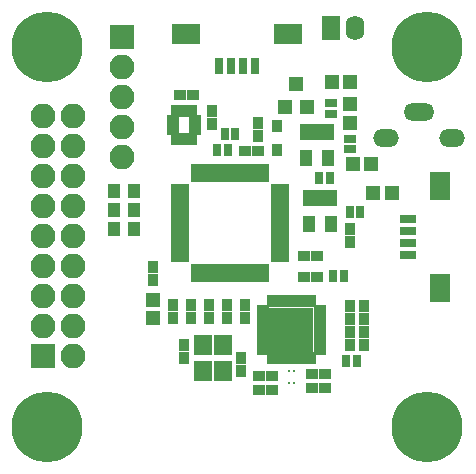
<source format=gbr>
G04 #@! TF.FileFunction,Soldermask,Top*
%FSLAX46Y46*%
G04 Gerber Fmt 4.6, Leading zero omitted, Abs format (unit mm)*
G04 Created by KiCad (PCBNEW 4.0.7) date Tuesday, 19 '19e' June '19e' 2018, 11:22:24*
%MOMM*%
%LPD*%
G01*
G04 APERTURE LIST*
%ADD10C,0.100000*%
%ADD11C,0.320000*%
%ADD12C,6.000000*%
%ADD13R,1.200000X1.150000*%
%ADD14R,0.900000X1.000000*%
%ADD15R,1.000000X0.900000*%
%ADD16R,0.850000X1.000000*%
%ADD17R,1.200000X1.200000*%
%ADD18R,1.000000X1.200000*%
%ADD19R,2.100000X2.100000*%
%ADD20O,2.100000X2.100000*%
%ADD21R,0.800000X1.400000*%
%ADD22R,2.400000X1.700000*%
%ADD23O,2.200000X1.500000*%
%ADD24O,2.600000X1.500000*%
%ADD25R,1.600000X2.100000*%
%ADD26O,1.600000X2.100000*%
%ADD27R,1.200000X1.300000*%
%ADD28R,1.000000X0.800000*%
%ADD29R,0.800000X1.000000*%
%ADD30R,1.050000X1.460000*%
%ADD31R,0.980000X0.750000*%
%ADD32R,0.750000X0.980000*%
%ADD33R,1.150000X1.200000*%
%ADD34R,1.400000X0.800000*%
%ADD35R,1.700000X2.400000*%
%ADD36R,0.650000X1.100000*%
%ADD37R,1.100000X0.650000*%
%ADD38R,2.125000X2.125000*%
%ADD39R,1.000000X1.600000*%
%ADD40R,1.600000X1.000000*%
%ADD41R,1.600000X1.800000*%
G04 APERTURE END LIST*
D10*
D11*
X148200000Y-104050000D03*
X148600000Y-104050000D03*
X148200000Y-103050000D03*
X148600000Y-103050000D03*
D12*
X159900000Y-107800000D03*
X127700000Y-107800000D03*
X159900000Y-75600000D03*
D13*
X155150000Y-85500000D03*
X153650000Y-85500000D03*
D14*
X145600000Y-82050000D03*
X145600000Y-83150000D03*
X153400000Y-91050000D03*
X153400000Y-92150000D03*
D13*
X153350000Y-78600000D03*
X151850000Y-78600000D03*
D14*
X141700000Y-81050000D03*
X141700000Y-82150000D03*
D15*
X140050000Y-79700000D03*
X138950000Y-79700000D03*
D14*
X153400000Y-97550000D03*
X153400000Y-98650000D03*
X154600000Y-97550000D03*
X154600000Y-98650000D03*
X144500000Y-98550000D03*
X144500000Y-97450000D03*
X153400000Y-100850000D03*
X153400000Y-99750000D03*
X143000000Y-98550000D03*
X143000000Y-97450000D03*
X139300000Y-100800000D03*
X139300000Y-101900000D03*
X144150000Y-103000000D03*
X144150000Y-101900000D03*
D16*
X147200000Y-82250000D03*
X147200000Y-84350000D03*
D17*
X153400000Y-82000000D03*
X153400000Y-80400000D03*
X155300000Y-88000000D03*
X156900000Y-88000000D03*
D18*
X135050000Y-87800000D03*
X133350000Y-87800000D03*
X135050000Y-89400000D03*
X133350000Y-89400000D03*
X135050000Y-91000000D03*
X133350000Y-91000000D03*
D19*
X134100000Y-74720000D03*
D20*
X134100000Y-77260000D03*
X134100000Y-79800000D03*
X134100000Y-82340000D03*
X134100000Y-84880000D03*
D21*
X145300000Y-77200000D03*
X144300000Y-77200000D03*
X143300000Y-77200000D03*
X142300000Y-77200000D03*
D22*
X148100000Y-74500000D03*
X139500000Y-74500000D03*
D23*
X156400000Y-83275000D03*
X162000000Y-83275000D03*
D24*
X159200000Y-81125000D03*
D25*
X151790000Y-73990000D03*
D26*
X153790000Y-73990000D03*
D19*
X127375000Y-101785000D03*
D20*
X129915000Y-101785000D03*
X127375000Y-99245000D03*
X129915000Y-99245000D03*
X127375000Y-96705000D03*
X129915000Y-96705000D03*
X127375000Y-94165000D03*
X129915000Y-94165000D03*
X127375000Y-91625000D03*
X129915000Y-91625000D03*
X127375000Y-89085000D03*
X129915000Y-89085000D03*
X127375000Y-86545000D03*
X129915000Y-86545000D03*
X127375000Y-84005000D03*
X129915000Y-84005000D03*
X127375000Y-81465000D03*
X129915000Y-81465000D03*
D27*
X147850000Y-80700000D03*
X149750000Y-80700000D03*
X148800000Y-78700000D03*
D28*
X153400000Y-83350000D03*
X153400000Y-84250000D03*
X151800000Y-81250000D03*
X151800000Y-80350000D03*
D29*
X151650000Y-86700000D03*
X150750000Y-86700000D03*
X153350000Y-89600000D03*
X154250000Y-89600000D03*
D30*
X151775000Y-88350000D03*
X150825000Y-88350000D03*
X149875000Y-88350000D03*
X149875000Y-90550000D03*
X151775000Y-90550000D03*
X151550000Y-82800000D03*
X150600000Y-82800000D03*
X149650000Y-82800000D03*
X149650000Y-85000000D03*
X151550000Y-85000000D03*
D31*
X138375000Y-82700000D03*
X138375000Y-82200000D03*
X138375000Y-81700000D03*
D32*
X138550000Y-81025000D03*
X139050000Y-81025000D03*
X139550000Y-81025000D03*
X140050000Y-81025000D03*
D31*
X140225000Y-82700000D03*
X140225000Y-82200000D03*
X140225000Y-81700000D03*
D32*
X138550000Y-83375000D03*
X139050000Y-83375000D03*
X139550000Y-83375000D03*
X140050000Y-83375000D03*
D12*
X127700000Y-75600000D03*
D14*
X154600000Y-100850000D03*
X154600000Y-99750000D03*
D15*
X150150000Y-103300000D03*
X151250000Y-103300000D03*
X150150000Y-104500000D03*
X151250000Y-104500000D03*
X146775000Y-104650000D03*
X145675000Y-104650000D03*
X146775000Y-103475000D03*
X145675000Y-103475000D03*
X149450000Y-95100000D03*
X150550000Y-95100000D03*
X149450000Y-93300000D03*
X150550000Y-93300000D03*
D14*
X139900000Y-97450000D03*
X139900000Y-98550000D03*
X138400000Y-97450000D03*
X138400000Y-98550000D03*
X141400000Y-97450000D03*
X141400000Y-98550000D03*
D33*
X136700000Y-98550000D03*
X136700000Y-97050000D03*
D15*
X145550000Y-84400000D03*
X144450000Y-84400000D03*
D14*
X136700000Y-95350000D03*
X136700000Y-94250000D03*
D34*
X158300000Y-93200000D03*
X158300000Y-92200000D03*
X158300000Y-91200000D03*
X158300000Y-90200000D03*
D35*
X161000000Y-96000000D03*
X161000000Y-87400000D03*
D29*
X142750000Y-83000000D03*
X143650000Y-83000000D03*
X142150000Y-84300000D03*
X143050000Y-84300000D03*
X151950000Y-95000000D03*
X152850000Y-95000000D03*
X153950000Y-102200000D03*
X153050000Y-102200000D03*
D36*
X150150000Y-97150000D03*
X149650000Y-97150000D03*
X149150000Y-97150000D03*
X148650000Y-97150000D03*
X148150000Y-97150000D03*
X147650000Y-97150000D03*
X147150000Y-97150000D03*
X146650000Y-97150000D03*
D37*
X146000000Y-97800000D03*
X146000000Y-98300000D03*
X146000000Y-98800000D03*
X146000000Y-99300000D03*
X146000000Y-99800000D03*
X146000000Y-100300000D03*
X146000000Y-100800000D03*
X146000000Y-101300000D03*
D36*
X146650000Y-101950000D03*
X147150000Y-101950000D03*
X147650000Y-101950000D03*
X148150000Y-101950000D03*
X148650000Y-101950000D03*
X149150000Y-101950000D03*
X149650000Y-101950000D03*
X150150000Y-101950000D03*
D37*
X150800000Y-101300000D03*
X150800000Y-100800000D03*
X150800000Y-100300000D03*
X150800000Y-99800000D03*
X150800000Y-99300000D03*
X150800000Y-98800000D03*
X150800000Y-98300000D03*
X150800000Y-97800000D03*
D38*
X147537500Y-100412500D03*
X149262500Y-100412500D03*
X147537500Y-98687500D03*
X149262500Y-98687500D03*
D39*
X140400000Y-94750000D03*
X141200000Y-94750000D03*
X142000000Y-94750000D03*
X142800000Y-94750000D03*
X143600000Y-94750000D03*
X144400000Y-94750000D03*
X145200000Y-94750000D03*
X146000000Y-94750000D03*
D40*
X147450000Y-93300000D03*
X147450000Y-92500000D03*
X147450000Y-91700000D03*
X147450000Y-90900000D03*
X147450000Y-90100000D03*
X147450000Y-89300000D03*
X147450000Y-88500000D03*
X147450000Y-87700000D03*
D39*
X146000000Y-86250000D03*
X145200000Y-86250000D03*
X144400000Y-86250000D03*
X143600000Y-86250000D03*
X142800000Y-86250000D03*
X142000000Y-86250000D03*
X141200000Y-86250000D03*
X140400000Y-86250000D03*
D40*
X138950000Y-87700000D03*
X138950000Y-88500000D03*
X138950000Y-89300000D03*
X138950000Y-90100000D03*
X138950000Y-90900000D03*
X138950000Y-91700000D03*
X138950000Y-92500000D03*
X138950000Y-93300000D03*
D41*
X140950000Y-100800000D03*
X140950000Y-103000000D03*
X142650000Y-103000000D03*
X142650000Y-100800000D03*
M02*

</source>
